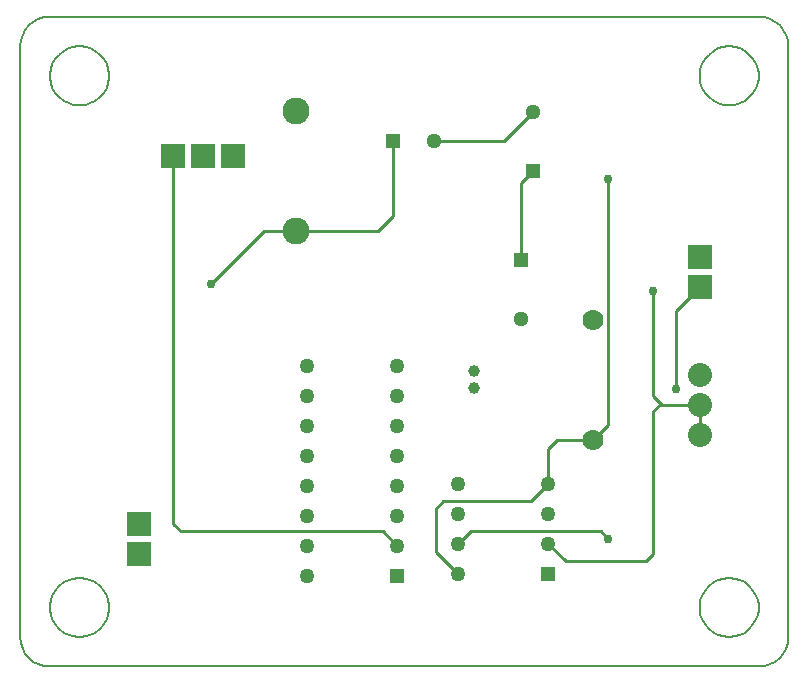
<source format=gbr>
G04 PROTEUS GERBER X2 FILE*
%TF.GenerationSoftware,Labcenter,Proteus,8.7-SP3-Build25561*%
%TF.CreationDate,2020-06-08T17:47:50+00:00*%
%TF.FileFunction,Copper,L2,Bot*%
%TF.FilePolarity,Positive*%
%TF.Part,Single*%
%TF.SameCoordinates,{25e8a378-ae3c-4486-9c29-23821959b247}*%
%FSLAX45Y45*%
%MOMM*%
G01*
%TA.AperFunction,Conductor*%
%ADD10C,0.254000*%
%TA.AperFunction,ViaPad*%
%ADD13C,0.762000*%
%TA.AperFunction,ComponentPad*%
%ADD14R,2.032000X2.032000*%
%TA.AperFunction,ComponentPad*%
%ADD16C,2.032000*%
%TA.AperFunction,ComponentPad*%
%ADD17R,1.270000X1.270000*%
%ADD18C,1.270000*%
%TA.AperFunction,WasherPad*%
%ADD19R,1.280000X1.280000*%
%TA.AperFunction,ComponentPad*%
%ADD70C,1.280000*%
%ADD20C,1.778000*%
%ADD21C,0.980000*%
%ADD24C,2.286000*%
%TA.AperFunction,Profile*%
%ADD29C,0.203200*%
%TD.AperFunction*%
D10*
X-2032000Y+1544000D02*
X-2179000Y+1397000D01*
X-2921000Y+1397000D01*
X-2984500Y+1333500D01*
X-2984500Y+972500D01*
X-2794000Y+782000D01*
X-2032000Y+1544000D02*
X-2032000Y+1841500D01*
X-1956500Y+1917000D01*
X-1651000Y+1917000D01*
X-1524000Y+2044000D01*
X-1524000Y+4127500D01*
X-1524000Y+1079500D02*
X-1587500Y+1143000D01*
X-2687000Y+1143000D01*
X-2794000Y+1036000D01*
X-2032000Y+1036000D02*
X-1885000Y+889000D01*
X-1206500Y+889000D01*
X-1143000Y+952500D01*
X-1143000Y+2159000D01*
X-1079500Y+2222500D01*
X-750000Y+2210000D02*
X-1067000Y+2210000D01*
X-1079500Y+2222500D01*
X-750000Y+2210000D02*
X-750000Y+1956000D01*
X-1079500Y+2222500D02*
X-1143000Y+2286000D01*
X-1143000Y+3175000D01*
X-3310000Y+1020000D02*
X-3433000Y+1143000D01*
X-5143500Y+1143000D01*
X-5207000Y+1206500D01*
X-5207000Y+4318000D01*
X-3350000Y+4449000D02*
X-3350000Y+3810000D01*
X-3469000Y+3691000D01*
X-4170000Y+3691000D01*
X-4437000Y+3691000D01*
X-4889500Y+3238500D01*
X-2159000Y+4195000D02*
X-2262000Y+4092000D01*
X-2262000Y+3445000D01*
X-2159000Y+4695000D02*
X-2405000Y+4449000D01*
X-3000000Y+4449000D01*
X-952500Y+2349500D02*
X-952500Y+3007500D01*
X-750000Y+3210000D01*
D13*
X-1524000Y+4127500D03*
X-1524000Y+1079500D03*
X-1143000Y+3175000D03*
X-4889500Y+3238500D03*
X-952500Y+2349500D03*
D14*
X-5500000Y+956000D03*
X-5500000Y+1210000D03*
X-750000Y+3210000D03*
X-750000Y+3464000D03*
D16*
X-750000Y+1956000D03*
X-750000Y+2464000D03*
X-750000Y+2210000D03*
D17*
X-3310000Y+766000D03*
D18*
X-3310000Y+1020000D03*
X-3310000Y+1274000D03*
X-3310000Y+1528000D03*
X-3310000Y+1782000D03*
X-3310000Y+2036000D03*
X-3310000Y+2290000D03*
X-3310000Y+2544000D03*
X-4072000Y+2544000D03*
X-4072000Y+2290000D03*
X-4072000Y+2036000D03*
X-4072000Y+1782000D03*
X-4072000Y+1528000D03*
X-4072000Y+1274000D03*
X-4072000Y+1020000D03*
X-4072000Y+766000D03*
D19*
X-2262000Y+3445000D03*
D70*
X-2262000Y+2945000D03*
D19*
X-2159000Y+4195000D03*
D70*
X-2159000Y+4695000D03*
D19*
X-3350000Y+4449000D03*
D70*
X-3000000Y+4449000D03*
D17*
X-2032000Y+782000D03*
D18*
X-2032000Y+1036000D03*
X-2032000Y+1290000D03*
X-2032000Y+1544000D03*
X-2794000Y+1544000D03*
X-2794000Y+1290000D03*
X-2794000Y+1036000D03*
X-2794000Y+782000D03*
D20*
X-1651000Y+2933000D03*
X-1651000Y+1917000D03*
D21*
X-2659000Y+2354000D03*
X-2659000Y+2504000D03*
D24*
X-4170000Y+4707000D03*
X-4170000Y+3691000D03*
D14*
X-5207000Y+4318000D03*
X-4953000Y+4318000D03*
X-4699000Y+4318000D03*
D29*
X-6500000Y+250000D02*
X-6495026Y+198883D01*
X-6480713Y+151611D01*
X-6457977Y+109100D01*
X-6427734Y+72266D01*
X-6390900Y+42023D01*
X-6348389Y+19287D01*
X-6301117Y+4974D01*
X-6250000Y+0D01*
X-6500000Y+5250000D02*
X-6495026Y+5301117D01*
X-6480713Y+5348389D01*
X-6457977Y+5390900D01*
X-6427734Y+5427734D01*
X-6390900Y+5457977D01*
X-6348389Y+5480713D01*
X-6301117Y+5495026D01*
X-6250000Y+5500000D01*
X-250000Y+5500000D02*
X-198883Y+5495026D01*
X-151611Y+5480713D01*
X-109100Y+5457977D01*
X-72266Y+5427734D01*
X-42023Y+5390900D01*
X-19287Y+5348389D01*
X-4974Y+5301117D01*
X+0Y+5250000D01*
X-250000Y+0D02*
X-198883Y+4974D01*
X-151611Y+19287D01*
X-109100Y+42023D01*
X-72266Y+72266D01*
X-42023Y+109100D01*
X-19287Y+151611D01*
X-4974Y+198883D01*
X+0Y+250000D01*
X-5750000Y+5000000D02*
X-5750815Y+5020171D01*
X-5757434Y+5060514D01*
X-5771247Y+5100857D01*
X-5793693Y+5141200D01*
X-5827990Y+5181418D01*
X-5868333Y+5212518D01*
X-5908676Y+5232723D01*
X-5949019Y+5244747D01*
X-5989362Y+5249774D01*
X-6000000Y+5250000D01*
X-6250000Y+5000000D02*
X-6249185Y+5020171D01*
X-6242566Y+5060514D01*
X-6228753Y+5100857D01*
X-6206307Y+5141200D01*
X-6172010Y+5181418D01*
X-6131667Y+5212518D01*
X-6091324Y+5232723D01*
X-6050981Y+5244747D01*
X-6010638Y+5249774D01*
X-6000000Y+5250000D01*
X-6250000Y+5000000D02*
X-6249185Y+4979829D01*
X-6242566Y+4939486D01*
X-6228753Y+4899143D01*
X-6206307Y+4858800D01*
X-6172010Y+4818582D01*
X-6131667Y+4787482D01*
X-6091324Y+4767277D01*
X-6050981Y+4755253D01*
X-6010638Y+4750226D01*
X-6000000Y+4750000D01*
X-5750000Y+5000000D02*
X-5750815Y+4979829D01*
X-5757434Y+4939486D01*
X-5771247Y+4899143D01*
X-5793693Y+4858800D01*
X-5827990Y+4818582D01*
X-5868333Y+4787482D01*
X-5908676Y+4767277D01*
X-5949019Y+4755253D01*
X-5989362Y+4750226D01*
X-6000000Y+4750000D01*
X-250000Y+5000000D02*
X-250815Y+5020171D01*
X-257434Y+5060514D01*
X-271247Y+5100857D01*
X-293693Y+5141200D01*
X-327990Y+5181418D01*
X-368333Y+5212518D01*
X-408676Y+5232723D01*
X-449019Y+5244747D01*
X-489362Y+5249774D01*
X-500000Y+5250000D01*
X-750000Y+5000000D02*
X-749185Y+5020171D01*
X-742566Y+5060514D01*
X-728753Y+5100857D01*
X-706307Y+5141200D01*
X-672010Y+5181418D01*
X-631667Y+5212518D01*
X-591324Y+5232723D01*
X-550981Y+5244747D01*
X-510638Y+5249774D01*
X-500000Y+5250000D01*
X-750000Y+5000000D02*
X-749185Y+4979829D01*
X-742566Y+4939486D01*
X-728753Y+4899143D01*
X-706307Y+4858800D01*
X-672010Y+4818582D01*
X-631667Y+4787482D01*
X-591324Y+4767277D01*
X-550981Y+4755253D01*
X-510638Y+4750226D01*
X-500000Y+4750000D01*
X-250000Y+5000000D02*
X-250815Y+4979829D01*
X-257434Y+4939486D01*
X-271247Y+4899143D01*
X-293693Y+4858800D01*
X-327990Y+4818582D01*
X-368333Y+4787482D01*
X-408676Y+4767277D01*
X-449019Y+4755253D01*
X-489362Y+4750226D01*
X-500000Y+4750000D01*
X-250000Y+500000D02*
X-250815Y+520171D01*
X-257434Y+560514D01*
X-271247Y+600857D01*
X-293693Y+641200D01*
X-327990Y+681418D01*
X-368333Y+712518D01*
X-408676Y+732723D01*
X-449019Y+744747D01*
X-489362Y+749774D01*
X-500000Y+750000D01*
X-750000Y+500000D02*
X-749185Y+520171D01*
X-742566Y+560514D01*
X-728753Y+600857D01*
X-706307Y+641200D01*
X-672010Y+681418D01*
X-631667Y+712518D01*
X-591324Y+732723D01*
X-550981Y+744747D01*
X-510638Y+749774D01*
X-500000Y+750000D01*
X-750000Y+500000D02*
X-749185Y+479829D01*
X-742566Y+439486D01*
X-728753Y+399143D01*
X-706307Y+358800D01*
X-672010Y+318582D01*
X-631667Y+287482D01*
X-591324Y+267277D01*
X-550981Y+255253D01*
X-510638Y+250226D01*
X-500000Y+250000D01*
X-250000Y+500000D02*
X-250815Y+479829D01*
X-257434Y+439486D01*
X-271247Y+399143D01*
X-293693Y+358800D01*
X-327990Y+318582D01*
X-368333Y+287482D01*
X-408676Y+267277D01*
X-449019Y+255253D01*
X-489362Y+250226D01*
X-500000Y+250000D01*
X-5750000Y+500000D02*
X-5750815Y+520171D01*
X-5757434Y+560514D01*
X-5771247Y+600857D01*
X-5793693Y+641200D01*
X-5827990Y+681418D01*
X-5868333Y+712518D01*
X-5908676Y+732723D01*
X-5949019Y+744747D01*
X-5989362Y+749774D01*
X-6000000Y+750000D01*
X-6250000Y+500000D02*
X-6249185Y+520171D01*
X-6242566Y+560514D01*
X-6228753Y+600857D01*
X-6206307Y+641200D01*
X-6172010Y+681418D01*
X-6131667Y+712518D01*
X-6091324Y+732723D01*
X-6050981Y+744747D01*
X-6010638Y+749774D01*
X-6000000Y+750000D01*
X-6250000Y+500000D02*
X-6249185Y+479829D01*
X-6242566Y+439486D01*
X-6228753Y+399143D01*
X-6206307Y+358800D01*
X-6172010Y+318582D01*
X-6131667Y+287482D01*
X-6091324Y+267277D01*
X-6050981Y+255253D01*
X-6010638Y+250226D01*
X-6000000Y+250000D01*
X-5750000Y+500000D02*
X-5750815Y+479829D01*
X-5757434Y+439486D01*
X-5771247Y+399143D01*
X-5793693Y+358800D01*
X-5827990Y+318582D01*
X-5868333Y+287482D01*
X-5908676Y+267277D01*
X-5949019Y+255253D01*
X-5989362Y+250226D01*
X-6000000Y+250000D01*
X-6500000Y+250000D02*
X-6500000Y+5250000D01*
X-6250000Y+5500000D02*
X-250000Y+5500000D01*
X+0Y+5250000D02*
X+0Y+250000D01*
X-250000Y+0D02*
X-6250000Y+0D01*
M02*

</source>
